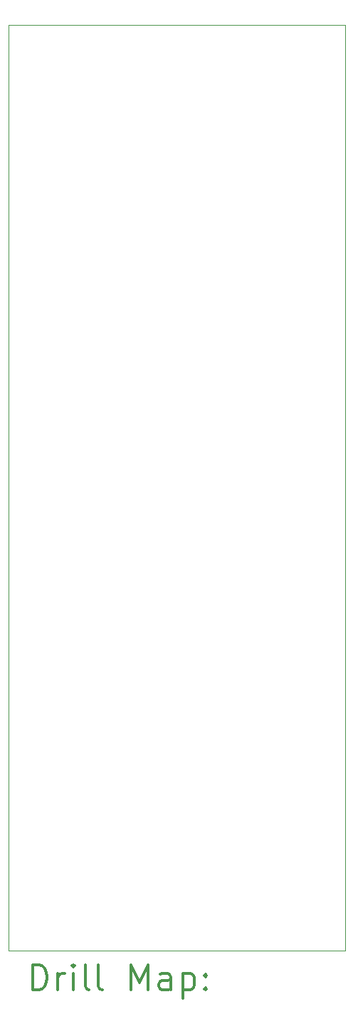
<source format=gbr>
%FSLAX45Y45*%
G04 Gerber Fmt 4.5, Leading zero omitted, Abs format (unit mm)*
G04 Created by KiCad (PCBNEW (5.1.9)-1) date 2021-10-23 20:05:06*
%MOMM*%
%LPD*%
G01*
G04 APERTURE LIST*
%TA.AperFunction,Profile*%
%ADD10C,0.050000*%
%TD*%
%ADD11C,0.200000*%
%ADD12C,0.300000*%
G04 APERTURE END LIST*
D10*
X7000000Y-3100000D02*
X7000000Y-14100000D01*
X3000000Y-14100000D02*
X7000000Y-14100000D01*
X3000000Y-3100000D02*
X7000000Y-3100000D01*
X3000000Y-3100000D02*
X3000000Y-14100000D01*
D11*
D12*
X3283928Y-14568214D02*
X3283928Y-14268214D01*
X3355357Y-14268214D01*
X3398214Y-14282500D01*
X3426786Y-14311071D01*
X3441071Y-14339643D01*
X3455357Y-14396786D01*
X3455357Y-14439643D01*
X3441071Y-14496786D01*
X3426786Y-14525357D01*
X3398214Y-14553929D01*
X3355357Y-14568214D01*
X3283928Y-14568214D01*
X3583928Y-14568214D02*
X3583928Y-14368214D01*
X3583928Y-14425357D02*
X3598214Y-14396786D01*
X3612500Y-14382500D01*
X3641071Y-14368214D01*
X3669643Y-14368214D01*
X3769643Y-14568214D02*
X3769643Y-14368214D01*
X3769643Y-14268214D02*
X3755357Y-14282500D01*
X3769643Y-14296786D01*
X3783928Y-14282500D01*
X3769643Y-14268214D01*
X3769643Y-14296786D01*
X3955357Y-14568214D02*
X3926786Y-14553929D01*
X3912500Y-14525357D01*
X3912500Y-14268214D01*
X4112500Y-14568214D02*
X4083928Y-14553929D01*
X4069643Y-14525357D01*
X4069643Y-14268214D01*
X4455357Y-14568214D02*
X4455357Y-14268214D01*
X4555357Y-14482500D01*
X4655357Y-14268214D01*
X4655357Y-14568214D01*
X4926786Y-14568214D02*
X4926786Y-14411071D01*
X4912500Y-14382500D01*
X4883928Y-14368214D01*
X4826786Y-14368214D01*
X4798214Y-14382500D01*
X4926786Y-14553929D02*
X4898214Y-14568214D01*
X4826786Y-14568214D01*
X4798214Y-14553929D01*
X4783928Y-14525357D01*
X4783928Y-14496786D01*
X4798214Y-14468214D01*
X4826786Y-14453929D01*
X4898214Y-14453929D01*
X4926786Y-14439643D01*
X5069643Y-14368214D02*
X5069643Y-14668214D01*
X5069643Y-14382500D02*
X5098214Y-14368214D01*
X5155357Y-14368214D01*
X5183928Y-14382500D01*
X5198214Y-14396786D01*
X5212500Y-14425357D01*
X5212500Y-14511071D01*
X5198214Y-14539643D01*
X5183928Y-14553929D01*
X5155357Y-14568214D01*
X5098214Y-14568214D01*
X5069643Y-14553929D01*
X5341071Y-14539643D02*
X5355357Y-14553929D01*
X5341071Y-14568214D01*
X5326786Y-14553929D01*
X5341071Y-14539643D01*
X5341071Y-14568214D01*
X5341071Y-14382500D02*
X5355357Y-14396786D01*
X5341071Y-14411071D01*
X5326786Y-14396786D01*
X5341071Y-14382500D01*
X5341071Y-14411071D01*
M02*

</source>
